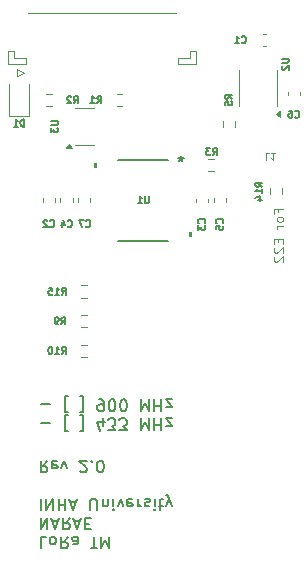
<source format=gbr>
%TF.GenerationSoftware,KiCad,Pcbnew,9.0.2*%
%TF.CreationDate,2025-06-18T22:14:32+09:00*%
%TF.ProjectId,LoRa_TM,4c6f5261-5f54-44d2-9e6b-696361645f70,rev?*%
%TF.SameCoordinates,Original*%
%TF.FileFunction,Legend,Bot*%
%TF.FilePolarity,Positive*%
%FSLAX46Y46*%
G04 Gerber Fmt 4.6, Leading zero omitted, Abs format (unit mm)*
G04 Created by KiCad (PCBNEW 9.0.2) date 2025-06-18 22:14:32*
%MOMM*%
%LPD*%
G01*
G04 APERTURE LIST*
%ADD10C,0.100000*%
%ADD11C,0.200000*%
%ADD12C,0.150000*%
%ADD13C,0.120000*%
%ADD14C,0.152400*%
%ADD15C,0.000000*%
G04 APERTURE END LIST*
D10*
X109477847Y-87522931D02*
X109477847Y-87256265D01*
X109896895Y-87256265D02*
X109096895Y-87256265D01*
X109096895Y-87256265D02*
X109096895Y-87637217D01*
X109896895Y-88056264D02*
X109858800Y-87980074D01*
X109858800Y-87980074D02*
X109820704Y-87941979D01*
X109820704Y-87941979D02*
X109744514Y-87903883D01*
X109744514Y-87903883D02*
X109515942Y-87903883D01*
X109515942Y-87903883D02*
X109439752Y-87941979D01*
X109439752Y-87941979D02*
X109401657Y-87980074D01*
X109401657Y-87980074D02*
X109363561Y-88056264D01*
X109363561Y-88056264D02*
X109363561Y-88170550D01*
X109363561Y-88170550D02*
X109401657Y-88246741D01*
X109401657Y-88246741D02*
X109439752Y-88284836D01*
X109439752Y-88284836D02*
X109515942Y-88322931D01*
X109515942Y-88322931D02*
X109744514Y-88322931D01*
X109744514Y-88322931D02*
X109820704Y-88284836D01*
X109820704Y-88284836D02*
X109858800Y-88246741D01*
X109858800Y-88246741D02*
X109896895Y-88170550D01*
X109896895Y-88170550D02*
X109896895Y-88056264D01*
X109896895Y-88665789D02*
X109363561Y-88665789D01*
X109515942Y-88665789D02*
X109439752Y-88703884D01*
X109439752Y-88703884D02*
X109401657Y-88741979D01*
X109401657Y-88741979D02*
X109363561Y-88818170D01*
X109363561Y-88818170D02*
X109363561Y-88894360D01*
X109477847Y-89770551D02*
X109477847Y-90037217D01*
X109896895Y-90151503D02*
X109896895Y-89770551D01*
X109896895Y-89770551D02*
X109096895Y-89770551D01*
X109096895Y-89770551D02*
X109096895Y-90151503D01*
X109173085Y-90456265D02*
X109134990Y-90494361D01*
X109134990Y-90494361D02*
X109096895Y-90570551D01*
X109096895Y-90570551D02*
X109096895Y-90761027D01*
X109096895Y-90761027D02*
X109134990Y-90837218D01*
X109134990Y-90837218D02*
X109173085Y-90875313D01*
X109173085Y-90875313D02*
X109249276Y-90913408D01*
X109249276Y-90913408D02*
X109325466Y-90913408D01*
X109325466Y-90913408D02*
X109439752Y-90875313D01*
X109439752Y-90875313D02*
X109896895Y-90418170D01*
X109896895Y-90418170D02*
X109896895Y-90913408D01*
X109173085Y-91218170D02*
X109134990Y-91256266D01*
X109134990Y-91256266D02*
X109096895Y-91332456D01*
X109096895Y-91332456D02*
X109096895Y-91522932D01*
X109096895Y-91522932D02*
X109134990Y-91599123D01*
X109134990Y-91599123D02*
X109173085Y-91637218D01*
X109173085Y-91637218D02*
X109249276Y-91675313D01*
X109249276Y-91675313D02*
X109325466Y-91675313D01*
X109325466Y-91675313D02*
X109439752Y-91637218D01*
X109439752Y-91637218D02*
X109896895Y-91180075D01*
X109896895Y-91180075D02*
X109896895Y-91675313D01*
D11*
X89369673Y-105343733D02*
X90131578Y-105343733D01*
X91655387Y-104629447D02*
X91417292Y-104629447D01*
X91417292Y-104629447D02*
X91417292Y-106058019D01*
X91417292Y-106058019D02*
X91655387Y-106058019D01*
X92703007Y-104629447D02*
X92941102Y-104629447D01*
X92941102Y-104629447D02*
X92941102Y-106058019D01*
X92941102Y-106058019D02*
X92703007Y-106058019D01*
X94655388Y-105629447D02*
X94655388Y-104962780D01*
X94417293Y-106010400D02*
X94179198Y-105296114D01*
X94179198Y-105296114D02*
X94798245Y-105296114D01*
X95083960Y-105962780D02*
X95703007Y-105962780D01*
X95703007Y-105962780D02*
X95369674Y-105581828D01*
X95369674Y-105581828D02*
X95512531Y-105581828D01*
X95512531Y-105581828D02*
X95607769Y-105534209D01*
X95607769Y-105534209D02*
X95655388Y-105486590D01*
X95655388Y-105486590D02*
X95703007Y-105391352D01*
X95703007Y-105391352D02*
X95703007Y-105153257D01*
X95703007Y-105153257D02*
X95655388Y-105058019D01*
X95655388Y-105058019D02*
X95607769Y-105010400D01*
X95607769Y-105010400D02*
X95512531Y-104962780D01*
X95512531Y-104962780D02*
X95226817Y-104962780D01*
X95226817Y-104962780D02*
X95131579Y-105010400D01*
X95131579Y-105010400D02*
X95083960Y-105058019D01*
X96036341Y-105962780D02*
X96655388Y-105962780D01*
X96655388Y-105962780D02*
X96322055Y-105581828D01*
X96322055Y-105581828D02*
X96464912Y-105581828D01*
X96464912Y-105581828D02*
X96560150Y-105534209D01*
X96560150Y-105534209D02*
X96607769Y-105486590D01*
X96607769Y-105486590D02*
X96655388Y-105391352D01*
X96655388Y-105391352D02*
X96655388Y-105153257D01*
X96655388Y-105153257D02*
X96607769Y-105058019D01*
X96607769Y-105058019D02*
X96560150Y-105010400D01*
X96560150Y-105010400D02*
X96464912Y-104962780D01*
X96464912Y-104962780D02*
X96179198Y-104962780D01*
X96179198Y-104962780D02*
X96083960Y-105010400D01*
X96083960Y-105010400D02*
X96036341Y-105058019D01*
X97845865Y-104962780D02*
X97845865Y-105962780D01*
X97845865Y-105962780D02*
X98179198Y-105248495D01*
X98179198Y-105248495D02*
X98512531Y-105962780D01*
X98512531Y-105962780D02*
X98512531Y-104962780D01*
X98988722Y-104962780D02*
X98988722Y-105962780D01*
X98988722Y-105486590D02*
X99560150Y-105486590D01*
X99560150Y-104962780D02*
X99560150Y-105962780D01*
X99941103Y-105629447D02*
X100464912Y-105629447D01*
X100464912Y-105629447D02*
X99941103Y-104962780D01*
X99941103Y-104962780D02*
X100464912Y-104962780D01*
X89369673Y-103733789D02*
X90131578Y-103733789D01*
X91655387Y-103019503D02*
X91417292Y-103019503D01*
X91417292Y-103019503D02*
X91417292Y-104448075D01*
X91417292Y-104448075D02*
X91655387Y-104448075D01*
X92703007Y-103019503D02*
X92941102Y-103019503D01*
X92941102Y-103019503D02*
X92941102Y-104448075D01*
X92941102Y-104448075D02*
X92703007Y-104448075D01*
X94274436Y-103352836D02*
X94464912Y-103352836D01*
X94464912Y-103352836D02*
X94560150Y-103400456D01*
X94560150Y-103400456D02*
X94607769Y-103448075D01*
X94607769Y-103448075D02*
X94703007Y-103590932D01*
X94703007Y-103590932D02*
X94750626Y-103781408D01*
X94750626Y-103781408D02*
X94750626Y-104162360D01*
X94750626Y-104162360D02*
X94703007Y-104257598D01*
X94703007Y-104257598D02*
X94655388Y-104305217D01*
X94655388Y-104305217D02*
X94560150Y-104352836D01*
X94560150Y-104352836D02*
X94369674Y-104352836D01*
X94369674Y-104352836D02*
X94274436Y-104305217D01*
X94274436Y-104305217D02*
X94226817Y-104257598D01*
X94226817Y-104257598D02*
X94179198Y-104162360D01*
X94179198Y-104162360D02*
X94179198Y-103924265D01*
X94179198Y-103924265D02*
X94226817Y-103829027D01*
X94226817Y-103829027D02*
X94274436Y-103781408D01*
X94274436Y-103781408D02*
X94369674Y-103733789D01*
X94369674Y-103733789D02*
X94560150Y-103733789D01*
X94560150Y-103733789D02*
X94655388Y-103781408D01*
X94655388Y-103781408D02*
X94703007Y-103829027D01*
X94703007Y-103829027D02*
X94750626Y-103924265D01*
X95369674Y-104352836D02*
X95464912Y-104352836D01*
X95464912Y-104352836D02*
X95560150Y-104305217D01*
X95560150Y-104305217D02*
X95607769Y-104257598D01*
X95607769Y-104257598D02*
X95655388Y-104162360D01*
X95655388Y-104162360D02*
X95703007Y-103971884D01*
X95703007Y-103971884D02*
X95703007Y-103733789D01*
X95703007Y-103733789D02*
X95655388Y-103543313D01*
X95655388Y-103543313D02*
X95607769Y-103448075D01*
X95607769Y-103448075D02*
X95560150Y-103400456D01*
X95560150Y-103400456D02*
X95464912Y-103352836D01*
X95464912Y-103352836D02*
X95369674Y-103352836D01*
X95369674Y-103352836D02*
X95274436Y-103400456D01*
X95274436Y-103400456D02*
X95226817Y-103448075D01*
X95226817Y-103448075D02*
X95179198Y-103543313D01*
X95179198Y-103543313D02*
X95131579Y-103733789D01*
X95131579Y-103733789D02*
X95131579Y-103971884D01*
X95131579Y-103971884D02*
X95179198Y-104162360D01*
X95179198Y-104162360D02*
X95226817Y-104257598D01*
X95226817Y-104257598D02*
X95274436Y-104305217D01*
X95274436Y-104305217D02*
X95369674Y-104352836D01*
X96322055Y-104352836D02*
X96417293Y-104352836D01*
X96417293Y-104352836D02*
X96512531Y-104305217D01*
X96512531Y-104305217D02*
X96560150Y-104257598D01*
X96560150Y-104257598D02*
X96607769Y-104162360D01*
X96607769Y-104162360D02*
X96655388Y-103971884D01*
X96655388Y-103971884D02*
X96655388Y-103733789D01*
X96655388Y-103733789D02*
X96607769Y-103543313D01*
X96607769Y-103543313D02*
X96560150Y-103448075D01*
X96560150Y-103448075D02*
X96512531Y-103400456D01*
X96512531Y-103400456D02*
X96417293Y-103352836D01*
X96417293Y-103352836D02*
X96322055Y-103352836D01*
X96322055Y-103352836D02*
X96226817Y-103400456D01*
X96226817Y-103400456D02*
X96179198Y-103448075D01*
X96179198Y-103448075D02*
X96131579Y-103543313D01*
X96131579Y-103543313D02*
X96083960Y-103733789D01*
X96083960Y-103733789D02*
X96083960Y-103971884D01*
X96083960Y-103971884D02*
X96131579Y-104162360D01*
X96131579Y-104162360D02*
X96179198Y-104257598D01*
X96179198Y-104257598D02*
X96226817Y-104305217D01*
X96226817Y-104305217D02*
X96322055Y-104352836D01*
X97845865Y-103352836D02*
X97845865Y-104352836D01*
X97845865Y-104352836D02*
X98179198Y-103638551D01*
X98179198Y-103638551D02*
X98512531Y-104352836D01*
X98512531Y-104352836D02*
X98512531Y-103352836D01*
X98988722Y-103352836D02*
X98988722Y-104352836D01*
X98988722Y-103876646D02*
X99560150Y-103876646D01*
X99560150Y-103352836D02*
X99560150Y-104352836D01*
X99941103Y-104019503D02*
X100464912Y-104019503D01*
X100464912Y-104019503D02*
X99941103Y-103352836D01*
X99941103Y-103352836D02*
X100464912Y-103352836D01*
X89845863Y-114962780D02*
X89369673Y-114962780D01*
X89369673Y-114962780D02*
X89369673Y-115962780D01*
X90322054Y-114962780D02*
X90226816Y-115010400D01*
X90226816Y-115010400D02*
X90179197Y-115058019D01*
X90179197Y-115058019D02*
X90131578Y-115153257D01*
X90131578Y-115153257D02*
X90131578Y-115438971D01*
X90131578Y-115438971D02*
X90179197Y-115534209D01*
X90179197Y-115534209D02*
X90226816Y-115581828D01*
X90226816Y-115581828D02*
X90322054Y-115629447D01*
X90322054Y-115629447D02*
X90464911Y-115629447D01*
X90464911Y-115629447D02*
X90560149Y-115581828D01*
X90560149Y-115581828D02*
X90607768Y-115534209D01*
X90607768Y-115534209D02*
X90655387Y-115438971D01*
X90655387Y-115438971D02*
X90655387Y-115153257D01*
X90655387Y-115153257D02*
X90607768Y-115058019D01*
X90607768Y-115058019D02*
X90560149Y-115010400D01*
X90560149Y-115010400D02*
X90464911Y-114962780D01*
X90464911Y-114962780D02*
X90322054Y-114962780D01*
X91655387Y-114962780D02*
X91322054Y-115438971D01*
X91083959Y-114962780D02*
X91083959Y-115962780D01*
X91083959Y-115962780D02*
X91464911Y-115962780D01*
X91464911Y-115962780D02*
X91560149Y-115915161D01*
X91560149Y-115915161D02*
X91607768Y-115867542D01*
X91607768Y-115867542D02*
X91655387Y-115772304D01*
X91655387Y-115772304D02*
X91655387Y-115629447D01*
X91655387Y-115629447D02*
X91607768Y-115534209D01*
X91607768Y-115534209D02*
X91560149Y-115486590D01*
X91560149Y-115486590D02*
X91464911Y-115438971D01*
X91464911Y-115438971D02*
X91083959Y-115438971D01*
X92512530Y-114962780D02*
X92512530Y-115486590D01*
X92512530Y-115486590D02*
X92464911Y-115581828D01*
X92464911Y-115581828D02*
X92369673Y-115629447D01*
X92369673Y-115629447D02*
X92179197Y-115629447D01*
X92179197Y-115629447D02*
X92083959Y-115581828D01*
X92512530Y-115010400D02*
X92417292Y-114962780D01*
X92417292Y-114962780D02*
X92179197Y-114962780D01*
X92179197Y-114962780D02*
X92083959Y-115010400D01*
X92083959Y-115010400D02*
X92036340Y-115105638D01*
X92036340Y-115105638D02*
X92036340Y-115200876D01*
X92036340Y-115200876D02*
X92083959Y-115296114D01*
X92083959Y-115296114D02*
X92179197Y-115343733D01*
X92179197Y-115343733D02*
X92417292Y-115343733D01*
X92417292Y-115343733D02*
X92512530Y-115391352D01*
X93607769Y-115962780D02*
X94179197Y-115962780D01*
X93893483Y-114962780D02*
X93893483Y-115962780D01*
X94512531Y-114962780D02*
X94512531Y-115962780D01*
X94512531Y-115962780D02*
X94845864Y-115248495D01*
X94845864Y-115248495D02*
X95179197Y-115962780D01*
X95179197Y-115962780D02*
X95179197Y-114962780D01*
X89369673Y-113352836D02*
X89369673Y-114352836D01*
X89369673Y-114352836D02*
X89941101Y-113352836D01*
X89941101Y-113352836D02*
X89941101Y-114352836D01*
X90369673Y-113638551D02*
X90845863Y-113638551D01*
X90274435Y-113352836D02*
X90607768Y-114352836D01*
X90607768Y-114352836D02*
X90941101Y-113352836D01*
X91845863Y-113352836D02*
X91512530Y-113829027D01*
X91274435Y-113352836D02*
X91274435Y-114352836D01*
X91274435Y-114352836D02*
X91655387Y-114352836D01*
X91655387Y-114352836D02*
X91750625Y-114305217D01*
X91750625Y-114305217D02*
X91798244Y-114257598D01*
X91798244Y-114257598D02*
X91845863Y-114162360D01*
X91845863Y-114162360D02*
X91845863Y-114019503D01*
X91845863Y-114019503D02*
X91798244Y-113924265D01*
X91798244Y-113924265D02*
X91750625Y-113876646D01*
X91750625Y-113876646D02*
X91655387Y-113829027D01*
X91655387Y-113829027D02*
X91274435Y-113829027D01*
X92226816Y-113638551D02*
X92703006Y-113638551D01*
X92131578Y-113352836D02*
X92464911Y-114352836D01*
X92464911Y-114352836D02*
X92798244Y-113352836D01*
X93131578Y-113876646D02*
X93464911Y-113876646D01*
X93607768Y-113352836D02*
X93131578Y-113352836D01*
X93131578Y-113352836D02*
X93131578Y-114352836D01*
X93131578Y-114352836D02*
X93607768Y-114352836D01*
X89369673Y-111742892D02*
X89369673Y-112742892D01*
X89845863Y-111742892D02*
X89845863Y-112742892D01*
X89845863Y-112742892D02*
X90417291Y-111742892D01*
X90417291Y-111742892D02*
X90417291Y-112742892D01*
X90893482Y-111742892D02*
X90893482Y-112742892D01*
X90893482Y-112266702D02*
X91464910Y-112266702D01*
X91464910Y-111742892D02*
X91464910Y-112742892D01*
X91893482Y-112028607D02*
X92369672Y-112028607D01*
X91798244Y-111742892D02*
X92131577Y-112742892D01*
X92131577Y-112742892D02*
X92464910Y-111742892D01*
X93560149Y-112742892D02*
X93560149Y-111933369D01*
X93560149Y-111933369D02*
X93607768Y-111838131D01*
X93607768Y-111838131D02*
X93655387Y-111790512D01*
X93655387Y-111790512D02*
X93750625Y-111742892D01*
X93750625Y-111742892D02*
X93941101Y-111742892D01*
X93941101Y-111742892D02*
X94036339Y-111790512D01*
X94036339Y-111790512D02*
X94083958Y-111838131D01*
X94083958Y-111838131D02*
X94131577Y-111933369D01*
X94131577Y-111933369D02*
X94131577Y-112742892D01*
X94607768Y-112409559D02*
X94607768Y-111742892D01*
X94607768Y-112314321D02*
X94655387Y-112361940D01*
X94655387Y-112361940D02*
X94750625Y-112409559D01*
X94750625Y-112409559D02*
X94893482Y-112409559D01*
X94893482Y-112409559D02*
X94988720Y-112361940D01*
X94988720Y-112361940D02*
X95036339Y-112266702D01*
X95036339Y-112266702D02*
X95036339Y-111742892D01*
X95512530Y-111742892D02*
X95512530Y-112409559D01*
X95512530Y-112742892D02*
X95464911Y-112695273D01*
X95464911Y-112695273D02*
X95512530Y-112647654D01*
X95512530Y-112647654D02*
X95560149Y-112695273D01*
X95560149Y-112695273D02*
X95512530Y-112742892D01*
X95512530Y-112742892D02*
X95512530Y-112647654D01*
X95893482Y-112409559D02*
X96131577Y-111742892D01*
X96131577Y-111742892D02*
X96369672Y-112409559D01*
X97131577Y-111790512D02*
X97036339Y-111742892D01*
X97036339Y-111742892D02*
X96845863Y-111742892D01*
X96845863Y-111742892D02*
X96750625Y-111790512D01*
X96750625Y-111790512D02*
X96703006Y-111885750D01*
X96703006Y-111885750D02*
X96703006Y-112266702D01*
X96703006Y-112266702D02*
X96750625Y-112361940D01*
X96750625Y-112361940D02*
X96845863Y-112409559D01*
X96845863Y-112409559D02*
X97036339Y-112409559D01*
X97036339Y-112409559D02*
X97131577Y-112361940D01*
X97131577Y-112361940D02*
X97179196Y-112266702D01*
X97179196Y-112266702D02*
X97179196Y-112171464D01*
X97179196Y-112171464D02*
X96703006Y-112076226D01*
X97607768Y-111742892D02*
X97607768Y-112409559D01*
X97607768Y-112219083D02*
X97655387Y-112314321D01*
X97655387Y-112314321D02*
X97703006Y-112361940D01*
X97703006Y-112361940D02*
X97798244Y-112409559D01*
X97798244Y-112409559D02*
X97893482Y-112409559D01*
X98179197Y-111790512D02*
X98274435Y-111742892D01*
X98274435Y-111742892D02*
X98464911Y-111742892D01*
X98464911Y-111742892D02*
X98560149Y-111790512D01*
X98560149Y-111790512D02*
X98607768Y-111885750D01*
X98607768Y-111885750D02*
X98607768Y-111933369D01*
X98607768Y-111933369D02*
X98560149Y-112028607D01*
X98560149Y-112028607D02*
X98464911Y-112076226D01*
X98464911Y-112076226D02*
X98322054Y-112076226D01*
X98322054Y-112076226D02*
X98226816Y-112123845D01*
X98226816Y-112123845D02*
X98179197Y-112219083D01*
X98179197Y-112219083D02*
X98179197Y-112266702D01*
X98179197Y-112266702D02*
X98226816Y-112361940D01*
X98226816Y-112361940D02*
X98322054Y-112409559D01*
X98322054Y-112409559D02*
X98464911Y-112409559D01*
X98464911Y-112409559D02*
X98560149Y-112361940D01*
X99036340Y-111742892D02*
X99036340Y-112409559D01*
X99036340Y-112742892D02*
X98988721Y-112695273D01*
X98988721Y-112695273D02*
X99036340Y-112647654D01*
X99036340Y-112647654D02*
X99083959Y-112695273D01*
X99083959Y-112695273D02*
X99036340Y-112742892D01*
X99036340Y-112742892D02*
X99036340Y-112647654D01*
X99369673Y-112409559D02*
X99750625Y-112409559D01*
X99512530Y-112742892D02*
X99512530Y-111885750D01*
X99512530Y-111885750D02*
X99560149Y-111790512D01*
X99560149Y-111790512D02*
X99655387Y-111742892D01*
X99655387Y-111742892D02*
X99750625Y-111742892D01*
X99988721Y-112409559D02*
X100226816Y-111742892D01*
X100464911Y-112409559D02*
X100226816Y-111742892D01*
X100226816Y-111742892D02*
X100131578Y-111504797D01*
X100131578Y-111504797D02*
X100083959Y-111457178D01*
X100083959Y-111457178D02*
X99988721Y-111409559D01*
X89941101Y-108523004D02*
X89607768Y-108999195D01*
X89369673Y-108523004D02*
X89369673Y-109523004D01*
X89369673Y-109523004D02*
X89750625Y-109523004D01*
X89750625Y-109523004D02*
X89845863Y-109475385D01*
X89845863Y-109475385D02*
X89893482Y-109427766D01*
X89893482Y-109427766D02*
X89941101Y-109332528D01*
X89941101Y-109332528D02*
X89941101Y-109189671D01*
X89941101Y-109189671D02*
X89893482Y-109094433D01*
X89893482Y-109094433D02*
X89845863Y-109046814D01*
X89845863Y-109046814D02*
X89750625Y-108999195D01*
X89750625Y-108999195D02*
X89369673Y-108999195D01*
X90750625Y-108570624D02*
X90655387Y-108523004D01*
X90655387Y-108523004D02*
X90464911Y-108523004D01*
X90464911Y-108523004D02*
X90369673Y-108570624D01*
X90369673Y-108570624D02*
X90322054Y-108665862D01*
X90322054Y-108665862D02*
X90322054Y-109046814D01*
X90322054Y-109046814D02*
X90369673Y-109142052D01*
X90369673Y-109142052D02*
X90464911Y-109189671D01*
X90464911Y-109189671D02*
X90655387Y-109189671D01*
X90655387Y-109189671D02*
X90750625Y-109142052D01*
X90750625Y-109142052D02*
X90798244Y-109046814D01*
X90798244Y-109046814D02*
X90798244Y-108951576D01*
X90798244Y-108951576D02*
X90322054Y-108856338D01*
X91131578Y-109189671D02*
X91369673Y-108523004D01*
X91369673Y-108523004D02*
X91607768Y-109189671D01*
X92703007Y-109427766D02*
X92750626Y-109475385D01*
X92750626Y-109475385D02*
X92845864Y-109523004D01*
X92845864Y-109523004D02*
X93083959Y-109523004D01*
X93083959Y-109523004D02*
X93179197Y-109475385D01*
X93179197Y-109475385D02*
X93226816Y-109427766D01*
X93226816Y-109427766D02*
X93274435Y-109332528D01*
X93274435Y-109332528D02*
X93274435Y-109237290D01*
X93274435Y-109237290D02*
X93226816Y-109094433D01*
X93226816Y-109094433D02*
X92655388Y-108523004D01*
X92655388Y-108523004D02*
X93274435Y-108523004D01*
X93703007Y-108618243D02*
X93750626Y-108570624D01*
X93750626Y-108570624D02*
X93703007Y-108523004D01*
X93703007Y-108523004D02*
X93655388Y-108570624D01*
X93655388Y-108570624D02*
X93703007Y-108618243D01*
X93703007Y-108618243D02*
X93703007Y-108523004D01*
X94369673Y-109523004D02*
X94464911Y-109523004D01*
X94464911Y-109523004D02*
X94560149Y-109475385D01*
X94560149Y-109475385D02*
X94607768Y-109427766D01*
X94607768Y-109427766D02*
X94655387Y-109332528D01*
X94655387Y-109332528D02*
X94703006Y-109142052D01*
X94703006Y-109142052D02*
X94703006Y-108903957D01*
X94703006Y-108903957D02*
X94655387Y-108713481D01*
X94655387Y-108713481D02*
X94607768Y-108618243D01*
X94607768Y-108618243D02*
X94560149Y-108570624D01*
X94560149Y-108570624D02*
X94464911Y-108523004D01*
X94464911Y-108523004D02*
X94369673Y-108523004D01*
X94369673Y-108523004D02*
X94274435Y-108570624D01*
X94274435Y-108570624D02*
X94226816Y-108618243D01*
X94226816Y-108618243D02*
X94179197Y-108713481D01*
X94179197Y-108713481D02*
X94131578Y-108903957D01*
X94131578Y-108903957D02*
X94131578Y-109142052D01*
X94131578Y-109142052D02*
X94179197Y-109332528D01*
X94179197Y-109332528D02*
X94226816Y-109427766D01*
X94226816Y-109427766D02*
X94274435Y-109475385D01*
X94274435Y-109475385D02*
X94369673Y-109523004D01*
D12*
X91125999Y-96995771D02*
X91325999Y-96710057D01*
X91468856Y-96995771D02*
X91468856Y-96395771D01*
X91468856Y-96395771D02*
X91240285Y-96395771D01*
X91240285Y-96395771D02*
X91183142Y-96424342D01*
X91183142Y-96424342D02*
X91154571Y-96452914D01*
X91154571Y-96452914D02*
X91125999Y-96510057D01*
X91125999Y-96510057D02*
X91125999Y-96595771D01*
X91125999Y-96595771D02*
X91154571Y-96652914D01*
X91154571Y-96652914D02*
X91183142Y-96681485D01*
X91183142Y-96681485D02*
X91240285Y-96710057D01*
X91240285Y-96710057D02*
X91468856Y-96710057D01*
X90840285Y-96995771D02*
X90725999Y-96995771D01*
X90725999Y-96995771D02*
X90668856Y-96967200D01*
X90668856Y-96967200D02*
X90640285Y-96938628D01*
X90640285Y-96938628D02*
X90583142Y-96852914D01*
X90583142Y-96852914D02*
X90554571Y-96738628D01*
X90554571Y-96738628D02*
X90554571Y-96510057D01*
X90554571Y-96510057D02*
X90583142Y-96452914D01*
X90583142Y-96452914D02*
X90611714Y-96424342D01*
X90611714Y-96424342D02*
X90668856Y-96395771D01*
X90668856Y-96395771D02*
X90783142Y-96395771D01*
X90783142Y-96395771D02*
X90840285Y-96424342D01*
X90840285Y-96424342D02*
X90868856Y-96452914D01*
X90868856Y-96452914D02*
X90897428Y-96510057D01*
X90897428Y-96510057D02*
X90897428Y-96652914D01*
X90897428Y-96652914D02*
X90868856Y-96710057D01*
X90868856Y-96710057D02*
X90840285Y-96738628D01*
X90840285Y-96738628D02*
X90783142Y-96767200D01*
X90783142Y-96767200D02*
X90668856Y-96767200D01*
X90668856Y-96767200D02*
X90611714Y-96738628D01*
X90611714Y-96738628D02*
X90583142Y-96710057D01*
X90583142Y-96710057D02*
X90554571Y-96652914D01*
D10*
X108708000Y-82513628D02*
X108422286Y-82513628D01*
X108422286Y-82513628D02*
X108422286Y-83113628D01*
X109222285Y-82513628D02*
X108879428Y-82513628D01*
X109050857Y-82513628D02*
X109050857Y-83113628D01*
X109050857Y-83113628D02*
X108993714Y-83027914D01*
X108993714Y-83027914D02*
X108936571Y-82970771D01*
X108936571Y-82970771D02*
X108879428Y-82942200D01*
D12*
X110907999Y-79438628D02*
X110936571Y-79467200D01*
X110936571Y-79467200D02*
X111022285Y-79495771D01*
X111022285Y-79495771D02*
X111079428Y-79495771D01*
X111079428Y-79495771D02*
X111165142Y-79467200D01*
X111165142Y-79467200D02*
X111222285Y-79410057D01*
X111222285Y-79410057D02*
X111250856Y-79352914D01*
X111250856Y-79352914D02*
X111279428Y-79238628D01*
X111279428Y-79238628D02*
X111279428Y-79152914D01*
X111279428Y-79152914D02*
X111250856Y-79038628D01*
X111250856Y-79038628D02*
X111222285Y-78981485D01*
X111222285Y-78981485D02*
X111165142Y-78924342D01*
X111165142Y-78924342D02*
X111079428Y-78895771D01*
X111079428Y-78895771D02*
X111022285Y-78895771D01*
X111022285Y-78895771D02*
X110936571Y-78924342D01*
X110936571Y-78924342D02*
X110907999Y-78952914D01*
X110393714Y-78895771D02*
X110507999Y-78895771D01*
X110507999Y-78895771D02*
X110565142Y-78924342D01*
X110565142Y-78924342D02*
X110593714Y-78952914D01*
X110593714Y-78952914D02*
X110650856Y-79038628D01*
X110650856Y-79038628D02*
X110679428Y-79152914D01*
X110679428Y-79152914D02*
X110679428Y-79381485D01*
X110679428Y-79381485D02*
X110650856Y-79438628D01*
X110650856Y-79438628D02*
X110622285Y-79467200D01*
X110622285Y-79467200D02*
X110565142Y-79495771D01*
X110565142Y-79495771D02*
X110450856Y-79495771D01*
X110450856Y-79495771D02*
X110393714Y-79467200D01*
X110393714Y-79467200D02*
X110365142Y-79438628D01*
X110365142Y-79438628D02*
X110336571Y-79381485D01*
X110336571Y-79381485D02*
X110336571Y-79238628D01*
X110336571Y-79238628D02*
X110365142Y-79181485D01*
X110365142Y-79181485D02*
X110393714Y-79152914D01*
X110393714Y-79152914D02*
X110450856Y-79124342D01*
X110450856Y-79124342D02*
X110565142Y-79124342D01*
X110565142Y-79124342D02*
X110622285Y-79152914D01*
X110622285Y-79152914D02*
X110650856Y-79181485D01*
X110650856Y-79181485D02*
X110679428Y-79238628D01*
X104770628Y-88408000D02*
X104799200Y-88379428D01*
X104799200Y-88379428D02*
X104827771Y-88293714D01*
X104827771Y-88293714D02*
X104827771Y-88236571D01*
X104827771Y-88236571D02*
X104799200Y-88150857D01*
X104799200Y-88150857D02*
X104742057Y-88093714D01*
X104742057Y-88093714D02*
X104684914Y-88065143D01*
X104684914Y-88065143D02*
X104570628Y-88036571D01*
X104570628Y-88036571D02*
X104484914Y-88036571D01*
X104484914Y-88036571D02*
X104370628Y-88065143D01*
X104370628Y-88065143D02*
X104313485Y-88093714D01*
X104313485Y-88093714D02*
X104256342Y-88150857D01*
X104256342Y-88150857D02*
X104227771Y-88236571D01*
X104227771Y-88236571D02*
X104227771Y-88293714D01*
X104227771Y-88293714D02*
X104256342Y-88379428D01*
X104256342Y-88379428D02*
X104284914Y-88408000D01*
X104227771Y-88950857D02*
X104227771Y-88665143D01*
X104227771Y-88665143D02*
X104513485Y-88636571D01*
X104513485Y-88636571D02*
X104484914Y-88665143D01*
X104484914Y-88665143D02*
X104456342Y-88722286D01*
X104456342Y-88722286D02*
X104456342Y-88865143D01*
X104456342Y-88865143D02*
X104484914Y-88922286D01*
X104484914Y-88922286D02*
X104513485Y-88950857D01*
X104513485Y-88950857D02*
X104570628Y-88979428D01*
X104570628Y-88979428D02*
X104713485Y-88979428D01*
X104713485Y-88979428D02*
X104770628Y-88950857D01*
X104770628Y-88950857D02*
X104799200Y-88922286D01*
X104799200Y-88922286D02*
X104827771Y-88865143D01*
X104827771Y-88865143D02*
X104827771Y-88722286D01*
X104827771Y-88722286D02*
X104799200Y-88665143D01*
X104799200Y-88665143D02*
X104770628Y-88636571D01*
X90157999Y-88688628D02*
X90186571Y-88717200D01*
X90186571Y-88717200D02*
X90272285Y-88745771D01*
X90272285Y-88745771D02*
X90329428Y-88745771D01*
X90329428Y-88745771D02*
X90415142Y-88717200D01*
X90415142Y-88717200D02*
X90472285Y-88660057D01*
X90472285Y-88660057D02*
X90500856Y-88602914D01*
X90500856Y-88602914D02*
X90529428Y-88488628D01*
X90529428Y-88488628D02*
X90529428Y-88402914D01*
X90529428Y-88402914D02*
X90500856Y-88288628D01*
X90500856Y-88288628D02*
X90472285Y-88231485D01*
X90472285Y-88231485D02*
X90415142Y-88174342D01*
X90415142Y-88174342D02*
X90329428Y-88145771D01*
X90329428Y-88145771D02*
X90272285Y-88145771D01*
X90272285Y-88145771D02*
X90186571Y-88174342D01*
X90186571Y-88174342D02*
X90157999Y-88202914D01*
X89929428Y-88202914D02*
X89900856Y-88174342D01*
X89900856Y-88174342D02*
X89843714Y-88145771D01*
X89843714Y-88145771D02*
X89700856Y-88145771D01*
X89700856Y-88145771D02*
X89643714Y-88174342D01*
X89643714Y-88174342D02*
X89615142Y-88202914D01*
X89615142Y-88202914D02*
X89586571Y-88260057D01*
X89586571Y-88260057D02*
X89586571Y-88317200D01*
X89586571Y-88317200D02*
X89615142Y-88402914D01*
X89615142Y-88402914D02*
X89957999Y-88745771D01*
X89957999Y-88745771D02*
X89586571Y-88745771D01*
X106375999Y-73124628D02*
X106404571Y-73153200D01*
X106404571Y-73153200D02*
X106490285Y-73181771D01*
X106490285Y-73181771D02*
X106547428Y-73181771D01*
X106547428Y-73181771D02*
X106633142Y-73153200D01*
X106633142Y-73153200D02*
X106690285Y-73096057D01*
X106690285Y-73096057D02*
X106718856Y-73038914D01*
X106718856Y-73038914D02*
X106747428Y-72924628D01*
X106747428Y-72924628D02*
X106747428Y-72838914D01*
X106747428Y-72838914D02*
X106718856Y-72724628D01*
X106718856Y-72724628D02*
X106690285Y-72667485D01*
X106690285Y-72667485D02*
X106633142Y-72610342D01*
X106633142Y-72610342D02*
X106547428Y-72581771D01*
X106547428Y-72581771D02*
X106490285Y-72581771D01*
X106490285Y-72581771D02*
X106404571Y-72610342D01*
X106404571Y-72610342D02*
X106375999Y-72638914D01*
X105804571Y-73181771D02*
X106147428Y-73181771D01*
X105975999Y-73181771D02*
X105975999Y-72581771D01*
X105975999Y-72581771D02*
X106033142Y-72667485D01*
X106033142Y-72667485D02*
X106090285Y-72724628D01*
X106090285Y-72724628D02*
X106147428Y-72753200D01*
X88000856Y-80245771D02*
X88000856Y-79645771D01*
X88000856Y-79645771D02*
X87857999Y-79645771D01*
X87857999Y-79645771D02*
X87772285Y-79674342D01*
X87772285Y-79674342D02*
X87715142Y-79731485D01*
X87715142Y-79731485D02*
X87686571Y-79788628D01*
X87686571Y-79788628D02*
X87657999Y-79902914D01*
X87657999Y-79902914D02*
X87657999Y-79988628D01*
X87657999Y-79988628D02*
X87686571Y-80102914D01*
X87686571Y-80102914D02*
X87715142Y-80160057D01*
X87715142Y-80160057D02*
X87772285Y-80217200D01*
X87772285Y-80217200D02*
X87857999Y-80245771D01*
X87857999Y-80245771D02*
X88000856Y-80245771D01*
X87086571Y-80245771D02*
X87429428Y-80245771D01*
X87257999Y-80245771D02*
X87257999Y-79645771D01*
X87257999Y-79645771D02*
X87315142Y-79731485D01*
X87315142Y-79731485D02*
X87372285Y-79788628D01*
X87372285Y-79788628D02*
X87429428Y-79817200D01*
X91157714Y-94495771D02*
X91357714Y-94210057D01*
X91500571Y-94495771D02*
X91500571Y-93895771D01*
X91500571Y-93895771D02*
X91272000Y-93895771D01*
X91272000Y-93895771D02*
X91214857Y-93924342D01*
X91214857Y-93924342D02*
X91186286Y-93952914D01*
X91186286Y-93952914D02*
X91157714Y-94010057D01*
X91157714Y-94010057D02*
X91157714Y-94095771D01*
X91157714Y-94095771D02*
X91186286Y-94152914D01*
X91186286Y-94152914D02*
X91214857Y-94181485D01*
X91214857Y-94181485D02*
X91272000Y-94210057D01*
X91272000Y-94210057D02*
X91500571Y-94210057D01*
X90586286Y-94495771D02*
X90929143Y-94495771D01*
X90757714Y-94495771D02*
X90757714Y-93895771D01*
X90757714Y-93895771D02*
X90814857Y-93981485D01*
X90814857Y-93981485D02*
X90872000Y-94038628D01*
X90872000Y-94038628D02*
X90929143Y-94067200D01*
X90043428Y-93895771D02*
X90329142Y-93895771D01*
X90329142Y-93895771D02*
X90357714Y-94181485D01*
X90357714Y-94181485D02*
X90329142Y-94152914D01*
X90329142Y-94152914D02*
X90272000Y-94124342D01*
X90272000Y-94124342D02*
X90129142Y-94124342D01*
X90129142Y-94124342D02*
X90072000Y-94152914D01*
X90072000Y-94152914D02*
X90043428Y-94181485D01*
X90043428Y-94181485D02*
X90014857Y-94238628D01*
X90014857Y-94238628D02*
X90014857Y-94381485D01*
X90014857Y-94381485D02*
X90043428Y-94438628D01*
X90043428Y-94438628D02*
X90072000Y-94467200D01*
X90072000Y-94467200D02*
X90129142Y-94495771D01*
X90129142Y-94495771D02*
X90272000Y-94495771D01*
X90272000Y-94495771D02*
X90329142Y-94467200D01*
X90329142Y-94467200D02*
X90357714Y-94438628D01*
X94157999Y-78245771D02*
X94357999Y-77960057D01*
X94500856Y-78245771D02*
X94500856Y-77645771D01*
X94500856Y-77645771D02*
X94272285Y-77645771D01*
X94272285Y-77645771D02*
X94215142Y-77674342D01*
X94215142Y-77674342D02*
X94186571Y-77702914D01*
X94186571Y-77702914D02*
X94157999Y-77760057D01*
X94157999Y-77760057D02*
X94157999Y-77845771D01*
X94157999Y-77845771D02*
X94186571Y-77902914D01*
X94186571Y-77902914D02*
X94215142Y-77931485D01*
X94215142Y-77931485D02*
X94272285Y-77960057D01*
X94272285Y-77960057D02*
X94500856Y-77960057D01*
X93586571Y-78245771D02*
X93929428Y-78245771D01*
X93757999Y-78245771D02*
X93757999Y-77645771D01*
X93757999Y-77645771D02*
X93815142Y-77731485D01*
X93815142Y-77731485D02*
X93872285Y-77788628D01*
X93872285Y-77788628D02*
X93929428Y-77817200D01*
X92157999Y-78275771D02*
X92357999Y-77990057D01*
X92500856Y-78275771D02*
X92500856Y-77675771D01*
X92500856Y-77675771D02*
X92272285Y-77675771D01*
X92272285Y-77675771D02*
X92215142Y-77704342D01*
X92215142Y-77704342D02*
X92186571Y-77732914D01*
X92186571Y-77732914D02*
X92157999Y-77790057D01*
X92157999Y-77790057D02*
X92157999Y-77875771D01*
X92157999Y-77875771D02*
X92186571Y-77932914D01*
X92186571Y-77932914D02*
X92215142Y-77961485D01*
X92215142Y-77961485D02*
X92272285Y-77990057D01*
X92272285Y-77990057D02*
X92500856Y-77990057D01*
X91929428Y-77732914D02*
X91900856Y-77704342D01*
X91900856Y-77704342D02*
X91843714Y-77675771D01*
X91843714Y-77675771D02*
X91700856Y-77675771D01*
X91700856Y-77675771D02*
X91643714Y-77704342D01*
X91643714Y-77704342D02*
X91615142Y-77732914D01*
X91615142Y-77732914D02*
X91586571Y-77790057D01*
X91586571Y-77790057D02*
X91586571Y-77847200D01*
X91586571Y-77847200D02*
X91615142Y-77932914D01*
X91615142Y-77932914D02*
X91957999Y-78275771D01*
X91957999Y-78275771D02*
X91586571Y-78275771D01*
X93203800Y-88688628D02*
X93232372Y-88717200D01*
X93232372Y-88717200D02*
X93318086Y-88745771D01*
X93318086Y-88745771D02*
X93375229Y-88745771D01*
X93375229Y-88745771D02*
X93460943Y-88717200D01*
X93460943Y-88717200D02*
X93518086Y-88660057D01*
X93518086Y-88660057D02*
X93546657Y-88602914D01*
X93546657Y-88602914D02*
X93575229Y-88488628D01*
X93575229Y-88488628D02*
X93575229Y-88402914D01*
X93575229Y-88402914D02*
X93546657Y-88288628D01*
X93546657Y-88288628D02*
X93518086Y-88231485D01*
X93518086Y-88231485D02*
X93460943Y-88174342D01*
X93460943Y-88174342D02*
X93375229Y-88145771D01*
X93375229Y-88145771D02*
X93318086Y-88145771D01*
X93318086Y-88145771D02*
X93232372Y-88174342D01*
X93232372Y-88174342D02*
X93203800Y-88202914D01*
X93003800Y-88145771D02*
X92603800Y-88145771D01*
X92603800Y-88145771D02*
X92860943Y-88745771D01*
X103246628Y-88408000D02*
X103275200Y-88379428D01*
X103275200Y-88379428D02*
X103303771Y-88293714D01*
X103303771Y-88293714D02*
X103303771Y-88236571D01*
X103303771Y-88236571D02*
X103275200Y-88150857D01*
X103275200Y-88150857D02*
X103218057Y-88093714D01*
X103218057Y-88093714D02*
X103160914Y-88065143D01*
X103160914Y-88065143D02*
X103046628Y-88036571D01*
X103046628Y-88036571D02*
X102960914Y-88036571D01*
X102960914Y-88036571D02*
X102846628Y-88065143D01*
X102846628Y-88065143D02*
X102789485Y-88093714D01*
X102789485Y-88093714D02*
X102732342Y-88150857D01*
X102732342Y-88150857D02*
X102703771Y-88236571D01*
X102703771Y-88236571D02*
X102703771Y-88293714D01*
X102703771Y-88293714D02*
X102732342Y-88379428D01*
X102732342Y-88379428D02*
X102760914Y-88408000D01*
X102703771Y-88608000D02*
X102703771Y-88979428D01*
X102703771Y-88979428D02*
X102932342Y-88779428D01*
X102932342Y-88779428D02*
X102932342Y-88865143D01*
X102932342Y-88865143D02*
X102960914Y-88922286D01*
X102960914Y-88922286D02*
X102989485Y-88950857D01*
X102989485Y-88950857D02*
X103046628Y-88979428D01*
X103046628Y-88979428D02*
X103189485Y-88979428D01*
X103189485Y-88979428D02*
X103246628Y-88950857D01*
X103246628Y-88950857D02*
X103275200Y-88922286D01*
X103275200Y-88922286D02*
X103303771Y-88865143D01*
X103303771Y-88865143D02*
X103303771Y-88693714D01*
X103303771Y-88693714D02*
X103275200Y-88636571D01*
X103275200Y-88636571D02*
X103246628Y-88608000D01*
X103946999Y-82662771D02*
X104146999Y-82377057D01*
X104289856Y-82662771D02*
X104289856Y-82062771D01*
X104289856Y-82062771D02*
X104061285Y-82062771D01*
X104061285Y-82062771D02*
X104004142Y-82091342D01*
X104004142Y-82091342D02*
X103975571Y-82119914D01*
X103975571Y-82119914D02*
X103946999Y-82177057D01*
X103946999Y-82177057D02*
X103946999Y-82262771D01*
X103946999Y-82262771D02*
X103975571Y-82319914D01*
X103975571Y-82319914D02*
X104004142Y-82348485D01*
X104004142Y-82348485D02*
X104061285Y-82377057D01*
X104061285Y-82377057D02*
X104289856Y-82377057D01*
X103746999Y-82062771D02*
X103375571Y-82062771D01*
X103375571Y-82062771D02*
X103575571Y-82291342D01*
X103575571Y-82291342D02*
X103489856Y-82291342D01*
X103489856Y-82291342D02*
X103432714Y-82319914D01*
X103432714Y-82319914D02*
X103404142Y-82348485D01*
X103404142Y-82348485D02*
X103375571Y-82405628D01*
X103375571Y-82405628D02*
X103375571Y-82548485D01*
X103375571Y-82548485D02*
X103404142Y-82605628D01*
X103404142Y-82605628D02*
X103432714Y-82634200D01*
X103432714Y-82634200D02*
X103489856Y-82662771D01*
X103489856Y-82662771D02*
X103661285Y-82662771D01*
X103661285Y-82662771D02*
X103718428Y-82634200D01*
X103718428Y-82634200D02*
X103746999Y-82605628D01*
X91657999Y-88688628D02*
X91686571Y-88717200D01*
X91686571Y-88717200D02*
X91772285Y-88745771D01*
X91772285Y-88745771D02*
X91829428Y-88745771D01*
X91829428Y-88745771D02*
X91915142Y-88717200D01*
X91915142Y-88717200D02*
X91972285Y-88660057D01*
X91972285Y-88660057D02*
X92000856Y-88602914D01*
X92000856Y-88602914D02*
X92029428Y-88488628D01*
X92029428Y-88488628D02*
X92029428Y-88402914D01*
X92029428Y-88402914D02*
X92000856Y-88288628D01*
X92000856Y-88288628D02*
X91972285Y-88231485D01*
X91972285Y-88231485D02*
X91915142Y-88174342D01*
X91915142Y-88174342D02*
X91829428Y-88145771D01*
X91829428Y-88145771D02*
X91772285Y-88145771D01*
X91772285Y-88145771D02*
X91686571Y-88174342D01*
X91686571Y-88174342D02*
X91657999Y-88202914D01*
X91143714Y-88345771D02*
X91143714Y-88745771D01*
X91286571Y-88117200D02*
X91429428Y-88545771D01*
X91429428Y-88545771D02*
X91057999Y-88545771D01*
X90227771Y-79768857D02*
X90713485Y-79768857D01*
X90713485Y-79768857D02*
X90770628Y-79797428D01*
X90770628Y-79797428D02*
X90799200Y-79826000D01*
X90799200Y-79826000D02*
X90827771Y-79883142D01*
X90827771Y-79883142D02*
X90827771Y-79997428D01*
X90827771Y-79997428D02*
X90799200Y-80054571D01*
X90799200Y-80054571D02*
X90770628Y-80083142D01*
X90770628Y-80083142D02*
X90713485Y-80111714D01*
X90713485Y-80111714D02*
X90227771Y-80111714D01*
X90227771Y-80340285D02*
X90227771Y-80711713D01*
X90227771Y-80711713D02*
X90456342Y-80511713D01*
X90456342Y-80511713D02*
X90456342Y-80597428D01*
X90456342Y-80597428D02*
X90484914Y-80654571D01*
X90484914Y-80654571D02*
X90513485Y-80683142D01*
X90513485Y-80683142D02*
X90570628Y-80711713D01*
X90570628Y-80711713D02*
X90713485Y-80711713D01*
X90713485Y-80711713D02*
X90770628Y-80683142D01*
X90770628Y-80683142D02*
X90799200Y-80654571D01*
X90799200Y-80654571D02*
X90827771Y-80597428D01*
X90827771Y-80597428D02*
X90827771Y-80425999D01*
X90827771Y-80425999D02*
X90799200Y-80368856D01*
X90799200Y-80368856D02*
X90770628Y-80340285D01*
X108147771Y-85340285D02*
X107862057Y-85140285D01*
X108147771Y-84997428D02*
X107547771Y-84997428D01*
X107547771Y-84997428D02*
X107547771Y-85225999D01*
X107547771Y-85225999D02*
X107576342Y-85283142D01*
X107576342Y-85283142D02*
X107604914Y-85311713D01*
X107604914Y-85311713D02*
X107662057Y-85340285D01*
X107662057Y-85340285D02*
X107747771Y-85340285D01*
X107747771Y-85340285D02*
X107804914Y-85311713D01*
X107804914Y-85311713D02*
X107833485Y-85283142D01*
X107833485Y-85283142D02*
X107862057Y-85225999D01*
X107862057Y-85225999D02*
X107862057Y-84997428D01*
X108147771Y-85911713D02*
X108147771Y-85568856D01*
X108147771Y-85740285D02*
X107547771Y-85740285D01*
X107547771Y-85740285D02*
X107633485Y-85683142D01*
X107633485Y-85683142D02*
X107690628Y-85625999D01*
X107690628Y-85625999D02*
X107719200Y-85568856D01*
X107747771Y-86426000D02*
X108147771Y-86426000D01*
X107519200Y-86283142D02*
X107947771Y-86140285D01*
X107947771Y-86140285D02*
X107947771Y-86511714D01*
X105577771Y-77892000D02*
X105292057Y-77692000D01*
X105577771Y-77549143D02*
X104977771Y-77549143D01*
X104977771Y-77549143D02*
X104977771Y-77777714D01*
X104977771Y-77777714D02*
X105006342Y-77834857D01*
X105006342Y-77834857D02*
X105034914Y-77863428D01*
X105034914Y-77863428D02*
X105092057Y-77892000D01*
X105092057Y-77892000D02*
X105177771Y-77892000D01*
X105177771Y-77892000D02*
X105234914Y-77863428D01*
X105234914Y-77863428D02*
X105263485Y-77834857D01*
X105263485Y-77834857D02*
X105292057Y-77777714D01*
X105292057Y-77777714D02*
X105292057Y-77549143D01*
X104977771Y-78434857D02*
X104977771Y-78149143D01*
X104977771Y-78149143D02*
X105263485Y-78120571D01*
X105263485Y-78120571D02*
X105234914Y-78149143D01*
X105234914Y-78149143D02*
X105206342Y-78206286D01*
X105206342Y-78206286D02*
X105206342Y-78349143D01*
X105206342Y-78349143D02*
X105234914Y-78406286D01*
X105234914Y-78406286D02*
X105263485Y-78434857D01*
X105263485Y-78434857D02*
X105320628Y-78463428D01*
X105320628Y-78463428D02*
X105463485Y-78463428D01*
X105463485Y-78463428D02*
X105520628Y-78434857D01*
X105520628Y-78434857D02*
X105549200Y-78406286D01*
X105549200Y-78406286D02*
X105577771Y-78349143D01*
X105577771Y-78349143D02*
X105577771Y-78206286D01*
X105577771Y-78206286D02*
X105549200Y-78149143D01*
X105549200Y-78149143D02*
X105520628Y-78120571D01*
X91157714Y-99507771D02*
X91357714Y-99222057D01*
X91500571Y-99507771D02*
X91500571Y-98907771D01*
X91500571Y-98907771D02*
X91272000Y-98907771D01*
X91272000Y-98907771D02*
X91214857Y-98936342D01*
X91214857Y-98936342D02*
X91186286Y-98964914D01*
X91186286Y-98964914D02*
X91157714Y-99022057D01*
X91157714Y-99022057D02*
X91157714Y-99107771D01*
X91157714Y-99107771D02*
X91186286Y-99164914D01*
X91186286Y-99164914D02*
X91214857Y-99193485D01*
X91214857Y-99193485D02*
X91272000Y-99222057D01*
X91272000Y-99222057D02*
X91500571Y-99222057D01*
X90586286Y-99507771D02*
X90929143Y-99507771D01*
X90757714Y-99507771D02*
X90757714Y-98907771D01*
X90757714Y-98907771D02*
X90814857Y-98993485D01*
X90814857Y-98993485D02*
X90872000Y-99050628D01*
X90872000Y-99050628D02*
X90929143Y-99079200D01*
X90214857Y-98907771D02*
X90157714Y-98907771D01*
X90157714Y-98907771D02*
X90100571Y-98936342D01*
X90100571Y-98936342D02*
X90072000Y-98964914D01*
X90072000Y-98964914D02*
X90043428Y-99022057D01*
X90043428Y-99022057D02*
X90014857Y-99136342D01*
X90014857Y-99136342D02*
X90014857Y-99279200D01*
X90014857Y-99279200D02*
X90043428Y-99393485D01*
X90043428Y-99393485D02*
X90072000Y-99450628D01*
X90072000Y-99450628D02*
X90100571Y-99479200D01*
X90100571Y-99479200D02*
X90157714Y-99507771D01*
X90157714Y-99507771D02*
X90214857Y-99507771D01*
X90214857Y-99507771D02*
X90272000Y-99479200D01*
X90272000Y-99479200D02*
X90300571Y-99450628D01*
X90300571Y-99450628D02*
X90329142Y-99393485D01*
X90329142Y-99393485D02*
X90357714Y-99279200D01*
X90357714Y-99279200D02*
X90357714Y-99136342D01*
X90357714Y-99136342D02*
X90329142Y-99022057D01*
X90329142Y-99022057D02*
X90300571Y-98964914D01*
X90300571Y-98964914D02*
X90272000Y-98936342D01*
X90272000Y-98936342D02*
X90214857Y-98907771D01*
X109763771Y-74486857D02*
X110249485Y-74486857D01*
X110249485Y-74486857D02*
X110306628Y-74515428D01*
X110306628Y-74515428D02*
X110335200Y-74544000D01*
X110335200Y-74544000D02*
X110363771Y-74601142D01*
X110363771Y-74601142D02*
X110363771Y-74715428D01*
X110363771Y-74715428D02*
X110335200Y-74772571D01*
X110335200Y-74772571D02*
X110306628Y-74801142D01*
X110306628Y-74801142D02*
X110249485Y-74829714D01*
X110249485Y-74829714D02*
X109763771Y-74829714D01*
X109820914Y-75086856D02*
X109792342Y-75115428D01*
X109792342Y-75115428D02*
X109763771Y-75172571D01*
X109763771Y-75172571D02*
X109763771Y-75315428D01*
X109763771Y-75315428D02*
X109792342Y-75372571D01*
X109792342Y-75372571D02*
X109820914Y-75401142D01*
X109820914Y-75401142D02*
X109878057Y-75429713D01*
X109878057Y-75429713D02*
X109935200Y-75429713D01*
X109935200Y-75429713D02*
X110020914Y-75401142D01*
X110020914Y-75401142D02*
X110363771Y-75058285D01*
X110363771Y-75058285D02*
X110363771Y-75429713D01*
X98515142Y-86145771D02*
X98515142Y-86631485D01*
X98515142Y-86631485D02*
X98486571Y-86688628D01*
X98486571Y-86688628D02*
X98458000Y-86717200D01*
X98458000Y-86717200D02*
X98400857Y-86745771D01*
X98400857Y-86745771D02*
X98286571Y-86745771D01*
X98286571Y-86745771D02*
X98229428Y-86717200D01*
X98229428Y-86717200D02*
X98200857Y-86688628D01*
X98200857Y-86688628D02*
X98172285Y-86631485D01*
X98172285Y-86631485D02*
X98172285Y-86145771D01*
X97572286Y-86745771D02*
X97915143Y-86745771D01*
X97743714Y-86745771D02*
X97743714Y-86145771D01*
X97743714Y-86145771D02*
X97800857Y-86231485D01*
X97800857Y-86231485D02*
X97858000Y-86288628D01*
X97858000Y-86288628D02*
X97915143Y-86317200D01*
X101232999Y-82755819D02*
X101232999Y-82993914D01*
X101471094Y-82898676D02*
X101232999Y-82993914D01*
X101232999Y-82993914D02*
X100994904Y-82898676D01*
X101375856Y-83184390D02*
X101232999Y-82993914D01*
X101232999Y-82993914D02*
X101090142Y-83184390D01*
D13*
%TO.C,R9*%
X92820742Y-96203500D02*
X93295258Y-96203500D01*
X92820742Y-97248500D02*
X93295258Y-97248500D01*
%TO.C,C6*%
X110298000Y-77616580D02*
X110298000Y-77335420D01*
X111318000Y-77616580D02*
X111318000Y-77335420D01*
%TO.C,C5*%
X104048000Y-86335420D02*
X104048000Y-86616580D01*
X105068000Y-86335420D02*
X105068000Y-86616580D01*
%TO.C,C2*%
X89548000Y-86335420D02*
X89548000Y-86616580D01*
X90568000Y-86335420D02*
X90568000Y-86616580D01*
%TO.C,C1*%
X108167420Y-72402000D02*
X108448580Y-72402000D01*
X108167420Y-73422000D02*
X108448580Y-73422000D01*
%TO.C,D1*%
X86708000Y-79336000D02*
X86708000Y-76676000D01*
X88408000Y-79336000D02*
X86708000Y-79336000D01*
X88408000Y-79336000D02*
X88408000Y-76676000D01*
%TO.C,R15*%
X93295258Y-93703500D02*
X92820742Y-93703500D01*
X93295258Y-94748500D02*
X92820742Y-94748500D01*
%TO.C,R1*%
X95820742Y-78498500D02*
X96295258Y-78498500D01*
X95820742Y-77453500D02*
X96295258Y-77453500D01*
%TO.C,R2*%
X90295258Y-77453500D02*
X89820742Y-77453500D01*
X90295258Y-78498500D02*
X89820742Y-78498500D01*
%TO.C,C7*%
X92548000Y-86335420D02*
X92548000Y-86616580D01*
X93568000Y-86335420D02*
X93568000Y-86616580D01*
%TO.C,C3*%
X102524000Y-86348420D02*
X102524000Y-86629580D01*
X103544000Y-86348420D02*
X103544000Y-86629580D01*
%TO.C,R3*%
X104045258Y-82953500D02*
X103570742Y-82953500D01*
X104045258Y-83998500D02*
X103570742Y-83998500D01*
%TO.C,C4*%
X91048000Y-86335420D02*
X91048000Y-86616580D01*
X92068000Y-86335420D02*
X92068000Y-86616580D01*
%TO.C,U3*%
X93058000Y-78666000D02*
X92258000Y-78666000D01*
X93058000Y-78666000D02*
X93858000Y-78666000D01*
X93058000Y-81786000D02*
X92258000Y-81786000D01*
X93058000Y-81786000D02*
X93858000Y-81786000D01*
X91998000Y-82066000D02*
X91518000Y-82066000D01*
X91758000Y-81736000D01*
X91998000Y-82066000D01*
G36*
X91998000Y-82066000D02*
G01*
X91518000Y-82066000D01*
X91758000Y-81736000D01*
X91998000Y-82066000D01*
G37*
%TO.C,R14*%
X109830500Y-85488742D02*
X109830500Y-85963258D01*
X108785500Y-85488742D02*
X108785500Y-85963258D01*
%TO.C,R5*%
X105830500Y-80261258D02*
X105830500Y-79786742D01*
X104785500Y-80261258D02*
X104785500Y-79786742D01*
%TO.C,R10*%
X92820742Y-98715500D02*
X93295258Y-98715500D01*
X92820742Y-99760500D02*
X93295258Y-99760500D01*
%TO.C,U2*%
X109418000Y-76976000D02*
X109418000Y-75476000D01*
X109418000Y-76976000D02*
X109418000Y-78476000D01*
X106198000Y-76976000D02*
X106198000Y-75476000D01*
X106198000Y-76976000D02*
X106198000Y-78476000D01*
X109623000Y-79403500D02*
X109293000Y-79163500D01*
X109623000Y-78923500D01*
X109623000Y-79403500D01*
G36*
X109623000Y-79403500D02*
G01*
X109293000Y-79163500D01*
X109623000Y-78923500D01*
X109623000Y-79403500D01*
G37*
D14*
%TO.C,U1*%
X95939236Y-83047000D02*
X100176751Y-83047000D01*
X100176764Y-89905000D02*
X95939249Y-89905000D01*
D15*
G36*
X94146400Y-83741502D02*
G01*
X93892400Y-83741502D01*
X93892400Y-83360502D01*
X94146400Y-83360502D01*
X94146400Y-83741502D01*
G37*
G36*
X102223600Y-89591498D02*
G01*
X101969600Y-89591498D01*
X101969600Y-89210498D01*
X102223600Y-89210498D01*
X102223600Y-89591498D01*
G37*
D13*
%TO.C,J1*%
X86608000Y-74972000D02*
X88158000Y-74972000D01*
X86608000Y-73872000D02*
X86608000Y-74972000D01*
X87108000Y-74472000D02*
X87108000Y-73872000D01*
X87108000Y-73872000D02*
X86608000Y-73872000D01*
X87333000Y-75972000D02*
X87333000Y-75372000D01*
X87333000Y-75372000D02*
X87933000Y-75672000D01*
X87933000Y-75672000D02*
X87333000Y-75972000D01*
X88158000Y-74972000D02*
X88158000Y-74472000D01*
X88158000Y-74472000D02*
X87108000Y-74472000D01*
X88308000Y-70672000D02*
X100808000Y-70672000D01*
X100958000Y-74972000D02*
X100958000Y-74472000D01*
X100958000Y-74472000D02*
X102008000Y-74472000D01*
X102008000Y-74472000D02*
X102008000Y-73872000D01*
X102008000Y-73872000D02*
X102508000Y-73872000D01*
X102508000Y-74972000D02*
X100958000Y-74972000D01*
X102508000Y-73872000D02*
X102508000Y-74972000D01*
%TD*%
M02*

</source>
